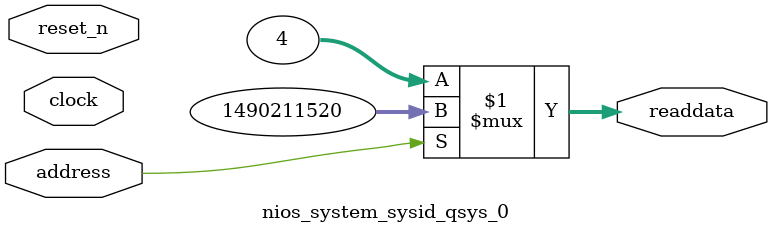
<source format=v>



// synthesis translate_off
`timescale 1ns / 1ps
// synthesis translate_on

// turn off superfluous verilog processor warnings 
// altera message_level Level1 
// altera message_off 10034 10035 10036 10037 10230 10240 10030 

module nios_system_sysid_qsys_0 (
               // inputs:
                address,
                clock,
                reset_n,

               // outputs:
                readdata
             )
;

  output  [ 31: 0] readdata;
  input            address;
  input            clock;
  input            reset_n;

  wire    [ 31: 0] readdata;
  //control_slave, which is an e_avalon_slave
  assign readdata = address ? 1490211520 : 4;

endmodule




</source>
